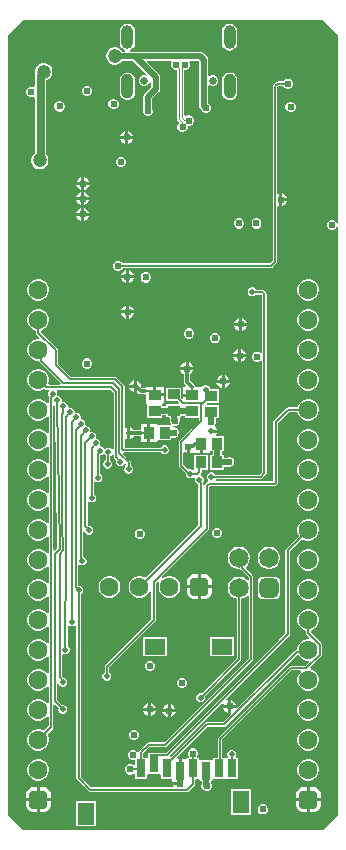
<source format=gbl>
G04*
G04 #@! TF.GenerationSoftware,Altium Limited,Altium Designer,21.8.1 (53)*
G04*
G04 Layer_Physical_Order=4*
G04 Layer_Color=16711680*
%FSLAX23Y23*%
%MOIN*%
G70*
G04*
G04 #@! TF.SameCoordinates,9A98099C-E915-48DC-B274-BBC1B63A1E23*
G04*
G04*
G04 #@! TF.FilePolarity,Positive*
G04*
G01*
G75*
%ADD11C,0.008*%
%ADD14C,0.005*%
%ADD28R,0.035X0.039*%
%ADD31R,0.039X0.035*%
%ADD72C,0.012*%
%ADD73C,0.028*%
%ADD75C,0.020*%
%ADD76C,0.004*%
%ADD78C,0.063*%
G04:AMPARAMS|DCode=79|XSize=63mil|YSize=63mil|CornerRadius=16mil|HoleSize=0mil|Usage=FLASHONLY|Rotation=90.000|XOffset=0mil|YOffset=0mil|HoleType=Round|Shape=RoundedRectangle|*
%AMROUNDEDRECTD79*
21,1,0.063,0.031,0,0,90.0*
21,1,0.031,0.063,0,0,90.0*
1,1,0.031,0.016,0.016*
1,1,0.031,0.016,-0.016*
1,1,0.031,-0.016,-0.016*
1,1,0.031,-0.016,0.016*
%
%ADD79ROUNDEDRECTD79*%
G04:AMPARAMS|DCode=80|XSize=63mil|YSize=63mil|CornerRadius=16mil|HoleSize=0mil|Usage=FLASHONLY|Rotation=180.000|XOffset=0mil|YOffset=0mil|HoleType=Round|Shape=RoundedRectangle|*
%AMROUNDEDRECTD80*
21,1,0.063,0.031,0,0,180.0*
21,1,0.031,0.063,0,0,180.0*
1,1,0.031,-0.016,0.016*
1,1,0.031,0.016,0.016*
1,1,0.031,0.016,-0.016*
1,1,0.031,-0.016,-0.016*
%
%ADD80ROUNDEDRECTD80*%
G04:AMPARAMS|DCode=81|XSize=65mil|YSize=65mil|CornerRadius=16mil|HoleSize=0mil|Usage=FLASHONLY|Rotation=90.000|XOffset=0mil|YOffset=0mil|HoleType=Round|Shape=RoundedRectangle|*
%AMROUNDEDRECTD81*
21,1,0.065,0.032,0,0,90.0*
21,1,0.032,0.065,0,0,90.0*
1,1,0.032,0.016,0.016*
1,1,0.032,0.016,-0.016*
1,1,0.032,-0.016,-0.016*
1,1,0.032,-0.016,0.016*
%
%ADD81ROUNDEDRECTD81*%
%ADD82C,0.065*%
%ADD83O,0.039X0.079*%
%ADD84O,0.041X0.083*%
%ADD85C,0.026*%
%ADD86C,0.024*%
%ADD87C,0.020*%
%ADD88C,0.047*%
%ADD89R,0.071X0.055*%
%ADD90R,0.055X0.075*%
%ADD91R,0.031X0.059*%
G36*
X1100Y-50D02*
Y-678D01*
X1095Y-679D01*
X1093Y-674D01*
X1089Y-670D01*
X1082Y-667D01*
X1076D01*
X1069Y-670D01*
X1065Y-674D01*
X1062Y-681D01*
Y-687D01*
X1065Y-694D01*
X1069Y-698D01*
X1076Y-701D01*
X1082D01*
X1089Y-698D01*
X1093Y-694D01*
X1095Y-689D01*
X1100Y-690D01*
Y-2650D01*
X1050Y-2700D01*
X50D01*
X0Y-2650D01*
Y-50D01*
X50Y0D01*
X1050D01*
X1100Y-50D01*
D02*
G37*
%LPC*%
G36*
X738Y-13D02*
X728Y-15D01*
X720Y-20D01*
X714Y-28D01*
X712Y-38D01*
Y-77D01*
X714Y-87D01*
X720Y-95D01*
X728Y-101D01*
X738Y-103D01*
X747Y-101D01*
X755Y-95D01*
X761Y-87D01*
X763Y-77D01*
Y-38D01*
X761Y-28D01*
X755Y-20D01*
X747Y-15D01*
X738Y-13D01*
D02*
G37*
G36*
X397D02*
X388Y-15D01*
X380Y-20D01*
X374Y-28D01*
X372Y-38D01*
Y-77D01*
X374Y-87D01*
X380Y-95D01*
X388Y-101D01*
X388Y-101D01*
X388Y-106D01*
X379D01*
X378Y-103D01*
X373Y-98D01*
X366Y-94D01*
X359Y-92D01*
X351D01*
X344Y-94D01*
X337Y-98D01*
X332Y-103D01*
X328Y-110D01*
X326Y-117D01*
Y-125D01*
X328Y-132D01*
X332Y-139D01*
X337Y-144D01*
X344Y-148D01*
X351Y-150D01*
X359D01*
X366Y-148D01*
X373Y-144D01*
X378Y-139D01*
X379Y-136D01*
X415D01*
X459Y-180D01*
X458Y-182D01*
X456Y-185D01*
X450D01*
X444Y-188D01*
X439Y-193D01*
X436Y-199D01*
Y-206D01*
X439Y-213D01*
X444Y-218D01*
X450Y-220D01*
X457D01*
X464Y-218D01*
X469Y-213D01*
X471Y-208D01*
X476Y-209D01*
Y-224D01*
X455Y-245D01*
X451Y-250D01*
X450Y-256D01*
X450Y-256D01*
Y-298D01*
X448Y-302D01*
Y-309D01*
X451Y-315D01*
X456Y-319D01*
X462Y-322D01*
X469D01*
X475Y-319D01*
X480Y-315D01*
X482Y-309D01*
Y-302D01*
X480Y-298D01*
Y-262D01*
X502Y-241D01*
X505Y-236D01*
X506Y-230D01*
X506Y-230D01*
Y-191D01*
X505Y-185D01*
X502Y-180D01*
X502Y-180D01*
X462Y-141D01*
X464Y-136D01*
X544D01*
X546Y-141D01*
X544Y-147D01*
Y-153D01*
X546Y-160D01*
X551Y-164D01*
X557Y-167D01*
X563D01*
Y-332D01*
X563Y-335D01*
X565Y-337D01*
X571Y-343D01*
X567Y-347D01*
X564Y-353D01*
Y-360D01*
X567Y-366D01*
X571Y-370D01*
X577Y-373D01*
X584D01*
X590Y-370D01*
X595Y-366D01*
X598Y-360D01*
Y-357D01*
X598Y-353D01*
X602Y-353D01*
X604D01*
X611Y-350D01*
X615Y-346D01*
X618Y-339D01*
Y-333D01*
X615Y-326D01*
X611Y-322D01*
X604Y-319D01*
X598D01*
X591Y-322D01*
X587Y-319D01*
Y-167D01*
X592D01*
X599Y-164D01*
X603Y-160D01*
X606Y-153D01*
Y-147D01*
X604Y-141D01*
X605Y-136D01*
X633D01*
X636Y-139D01*
Y-286D01*
X636Y-286D01*
X637Y-292D01*
X640Y-297D01*
X642Y-299D01*
X645Y-305D01*
X649Y-309D01*
X656Y-312D01*
X662D01*
X669Y-309D01*
X673Y-305D01*
X676Y-298D01*
Y-292D01*
X673Y-285D01*
X669Y-281D01*
X666Y-280D01*
X666Y-280D01*
Y-220D01*
X671Y-218D01*
X671Y-218D01*
X678Y-220D01*
X685D01*
X691Y-218D01*
X696Y-213D01*
X699Y-206D01*
Y-199D01*
X696Y-193D01*
X691Y-188D01*
X685Y-185D01*
X678D01*
X671Y-188D01*
X671Y-188D01*
X666Y-186D01*
Y-133D01*
X665Y-127D01*
X662Y-122D01*
X662Y-122D01*
X650Y-110D01*
X645Y-107D01*
X639Y-106D01*
X639Y-106D01*
X421D01*
X421Y-106D01*
X421Y-106D01*
X407D01*
X406Y-101D01*
X407Y-101D01*
X415Y-95D01*
X421Y-87D01*
X423Y-77D01*
Y-38D01*
X421Y-28D01*
X415Y-20D01*
X407Y-15D01*
X397Y-13D01*
D02*
G37*
G36*
X122Y-144D02*
X114D01*
X107Y-146D01*
X100Y-150D01*
X95Y-155D01*
X91Y-162D01*
X89Y-169D01*
Y-177D01*
X90Y-181D01*
X90Y-181D01*
X88Y-189D01*
X88Y-189D01*
Y-222D01*
X83Y-225D01*
X80Y-224D01*
X74D01*
X67Y-227D01*
X63Y-231D01*
X60Y-238D01*
Y-244D01*
X63Y-251D01*
X67Y-255D01*
X74Y-258D01*
X80D01*
X83Y-257D01*
X88Y-260D01*
Y-446D01*
X87Y-446D01*
X82Y-451D01*
X78Y-458D01*
X76Y-465D01*
Y-473D01*
X78Y-480D01*
X82Y-487D01*
X87Y-492D01*
X94Y-496D01*
X101Y-498D01*
X109D01*
X116Y-496D01*
X123Y-492D01*
X128Y-487D01*
X132Y-480D01*
X134Y-473D01*
Y-465D01*
X132Y-458D01*
X128Y-451D01*
X127Y-450D01*
Y-200D01*
X129Y-200D01*
X136Y-196D01*
X141Y-191D01*
X145Y-184D01*
X147Y-177D01*
Y-169D01*
X145Y-162D01*
X141Y-155D01*
X136Y-150D01*
X129Y-146D01*
X122Y-144D01*
D02*
G37*
G36*
X935Y-196D02*
X929D01*
X922Y-199D01*
X918Y-203D01*
X917Y-205D01*
X898D01*
X895Y-206D01*
X893Y-208D01*
X893Y-208D01*
X883Y-217D01*
X882Y-219D01*
X881Y-222D01*
Y-608D01*
X881Y-610D01*
Y-804D01*
X873Y-812D01*
X382D01*
X381Y-810D01*
X377Y-806D01*
X370Y-803D01*
X364D01*
X357Y-806D01*
X353Y-810D01*
X350Y-817D01*
Y-823D01*
X353Y-830D01*
X357Y-834D01*
X364Y-837D01*
X370D01*
X377Y-834D01*
X381Y-830D01*
X382Y-828D01*
X876D01*
X879Y-827D01*
X881Y-825D01*
X894Y-812D01*
X896Y-810D01*
X897Y-807D01*
X897Y-807D01*
Y-623D01*
X901Y-621D01*
X903Y-622D01*
Y-600D01*
Y-578D01*
X900Y-580D01*
X896Y-577D01*
Y-225D01*
X901Y-221D01*
X917D01*
X918Y-223D01*
X922Y-227D01*
X929Y-230D01*
X935D01*
X942Y-227D01*
X946Y-223D01*
X949Y-216D01*
Y-210D01*
X946Y-203D01*
X942Y-199D01*
X935Y-196D01*
D02*
G37*
G36*
X266Y-221D02*
X260D01*
X253Y-224D01*
X249Y-228D01*
X246Y-235D01*
Y-241D01*
X249Y-248D01*
X253Y-252D01*
X260Y-255D01*
X266D01*
X273Y-252D01*
X277Y-248D01*
X280Y-241D01*
Y-235D01*
X277Y-228D01*
X273Y-224D01*
X266Y-221D01*
D02*
G37*
G36*
X738Y-176D02*
X731Y-177D01*
X725Y-179D01*
X719Y-183D01*
X715Y-189D01*
X713Y-195D01*
X712Y-202D01*
Y-243D01*
X713Y-250D01*
X715Y-256D01*
X719Y-261D01*
X725Y-265D01*
X731Y-268D01*
X738Y-269D01*
X744Y-268D01*
X751Y-265D01*
X756Y-261D01*
X760Y-256D01*
X763Y-250D01*
X763Y-243D01*
Y-202D01*
X763Y-195D01*
X760Y-189D01*
X756Y-183D01*
X751Y-179D01*
X744Y-177D01*
X738Y-176D01*
D02*
G37*
G36*
X397D02*
X391Y-177D01*
X385Y-179D01*
X379Y-183D01*
X375Y-189D01*
X372Y-195D01*
X372Y-202D01*
Y-243D01*
X372Y-250D01*
X375Y-256D01*
X379Y-261D01*
X385Y-265D01*
X391Y-268D01*
X397Y-269D01*
X404Y-268D01*
X410Y-265D01*
X416Y-261D01*
X420Y-256D01*
X422Y-250D01*
X423Y-243D01*
Y-202D01*
X422Y-195D01*
X420Y-189D01*
X416Y-183D01*
X410Y-179D01*
X404Y-177D01*
X397Y-176D01*
D02*
G37*
G36*
X354Y-263D02*
X348D01*
X341Y-266D01*
X337Y-270D01*
X334Y-277D01*
Y-283D01*
X337Y-290D01*
X341Y-294D01*
X348Y-297D01*
X354D01*
X361Y-294D01*
X365Y-290D01*
X368Y-283D01*
Y-277D01*
X365Y-270D01*
X361Y-266D01*
X354Y-263D01*
D02*
G37*
G36*
X174Y-272D02*
X168D01*
X161Y-275D01*
X157Y-279D01*
X154Y-286D01*
Y-292D01*
X157Y-299D01*
X161Y-303D01*
X168Y-306D01*
X174D01*
X181Y-303D01*
X185Y-299D01*
X188Y-292D01*
Y-286D01*
X185Y-279D01*
X181Y-275D01*
X174Y-272D01*
D02*
G37*
G36*
X944Y-273D02*
X938D01*
X931Y-276D01*
X927Y-280D01*
X924Y-287D01*
Y-293D01*
X927Y-300D01*
X931Y-304D01*
X938Y-307D01*
X944D01*
X951Y-304D01*
X955Y-300D01*
X958Y-293D01*
Y-287D01*
X955Y-280D01*
X951Y-276D01*
X944Y-273D01*
D02*
G37*
G36*
X400Y-370D02*
Y-387D01*
X417D01*
X413Y-380D01*
X407Y-374D01*
X400Y-370D01*
D02*
G37*
G36*
X390D02*
X383Y-374D01*
X377Y-380D01*
X373Y-387D01*
X390D01*
Y-370D01*
D02*
G37*
G36*
X417Y-397D02*
X400D01*
Y-414D01*
X407Y-410D01*
X413Y-404D01*
X417Y-397D01*
D02*
G37*
G36*
X390D02*
X373D01*
X377Y-404D01*
X383Y-410D01*
X390Y-414D01*
Y-397D01*
D02*
G37*
G36*
X379Y-457D02*
X373D01*
X366Y-460D01*
X362Y-464D01*
X359Y-471D01*
Y-477D01*
X362Y-484D01*
X366Y-488D01*
X373Y-491D01*
X379D01*
X386Y-488D01*
X390Y-484D01*
X393Y-477D01*
Y-471D01*
X390Y-464D01*
X386Y-460D01*
X379Y-457D01*
D02*
G37*
G36*
X254Y-525D02*
Y-542D01*
X271D01*
X267Y-535D01*
X261Y-529D01*
X254Y-525D01*
D02*
G37*
G36*
X244D02*
X237Y-529D01*
X231Y-535D01*
X227Y-542D01*
X244D01*
Y-525D01*
D02*
G37*
G36*
X271Y-552D02*
X254D01*
Y-569D01*
X261Y-565D01*
X267Y-559D01*
X271Y-552D01*
D02*
G37*
G36*
X244D02*
X227D01*
X231Y-559D01*
X237Y-565D01*
X244Y-569D01*
Y-552D01*
D02*
G37*
G36*
X253Y-575D02*
Y-592D01*
X270D01*
X266Y-585D01*
X260Y-579D01*
X253Y-575D01*
D02*
G37*
G36*
X243D02*
X236Y-579D01*
X230Y-585D01*
X226Y-592D01*
X243D01*
Y-575D01*
D02*
G37*
G36*
X913Y-578D02*
Y-595D01*
X930D01*
X926Y-588D01*
X920Y-582D01*
X913Y-578D01*
D02*
G37*
G36*
X270Y-602D02*
X253D01*
Y-619D01*
X260Y-615D01*
X266Y-609D01*
X270Y-602D01*
D02*
G37*
G36*
X243D02*
X226D01*
X230Y-609D01*
X236Y-615D01*
X243Y-619D01*
Y-602D01*
D02*
G37*
G36*
X930Y-605D02*
X913D01*
Y-622D01*
X920Y-618D01*
X926Y-612D01*
X930Y-605D01*
D02*
G37*
G36*
X253Y-626D02*
Y-643D01*
X270D01*
X266Y-636D01*
X260Y-630D01*
X253Y-626D01*
D02*
G37*
G36*
X243D02*
X236Y-630D01*
X230Y-636D01*
X226Y-643D01*
X243D01*
Y-626D01*
D02*
G37*
G36*
X270Y-653D02*
X253D01*
Y-670D01*
X260Y-666D01*
X266Y-660D01*
X270Y-653D01*
D02*
G37*
G36*
X243D02*
X226D01*
X230Y-660D01*
X236Y-666D01*
X243Y-670D01*
Y-653D01*
D02*
G37*
G36*
X831Y-662D02*
X824D01*
X818Y-665D01*
X813Y-669D01*
X811Y-676D01*
Y-682D01*
X813Y-689D01*
X818Y-693D01*
X824Y-696D01*
X831D01*
X837Y-693D01*
X842Y-689D01*
X844Y-682D01*
Y-676D01*
X842Y-669D01*
X837Y-665D01*
X831Y-662D01*
D02*
G37*
G36*
X772D02*
X766D01*
X759Y-665D01*
X755Y-669D01*
X752Y-676D01*
Y-682D01*
X755Y-689D01*
X759Y-693D01*
X766Y-696D01*
X772D01*
X779Y-693D01*
X783Y-689D01*
X786Y-682D01*
Y-676D01*
X783Y-669D01*
X779Y-665D01*
X772Y-662D01*
D02*
G37*
G36*
X402Y-835D02*
Y-852D01*
X419D01*
X415Y-845D01*
X409Y-839D01*
X402Y-835D01*
D02*
G37*
G36*
X392D02*
X385Y-839D01*
X379Y-845D01*
X375Y-852D01*
X392D01*
Y-835D01*
D02*
G37*
G36*
X461Y-842D02*
X455D01*
X448Y-845D01*
X444Y-849D01*
X441Y-856D01*
Y-862D01*
X444Y-869D01*
X448Y-873D01*
X455Y-876D01*
X461D01*
X468Y-873D01*
X472Y-869D01*
X475Y-862D01*
Y-856D01*
X472Y-849D01*
X468Y-845D01*
X461Y-842D01*
D02*
G37*
G36*
X419Y-862D02*
X402D01*
Y-879D01*
X409Y-875D01*
X415Y-869D01*
X419Y-862D01*
D02*
G37*
G36*
X392D02*
X375D01*
X379Y-869D01*
X385Y-875D01*
X392Y-879D01*
Y-862D01*
D02*
G37*
G36*
X1005Y-864D02*
X995D01*
X986Y-866D01*
X978Y-871D01*
X971Y-878D01*
X966Y-886D01*
X964Y-895D01*
Y-905D01*
X966Y-914D01*
X971Y-922D01*
X978Y-929D01*
X986Y-934D01*
X995Y-936D01*
X1005D01*
X1014Y-934D01*
X1022Y-929D01*
X1029Y-922D01*
X1034Y-914D01*
X1036Y-905D01*
Y-895D01*
X1034Y-886D01*
X1029Y-878D01*
X1022Y-871D01*
X1014Y-866D01*
X1005Y-864D01*
D02*
G37*
G36*
X105D02*
X95D01*
X86Y-866D01*
X78Y-871D01*
X71Y-878D01*
X66Y-886D01*
X64Y-895D01*
Y-905D01*
X66Y-914D01*
X71Y-922D01*
X78Y-929D01*
X86Y-934D01*
X95Y-936D01*
X105D01*
X114Y-934D01*
X122Y-929D01*
X129Y-922D01*
X134Y-914D01*
X136Y-905D01*
Y-895D01*
X134Y-886D01*
X129Y-878D01*
X122Y-871D01*
X114Y-866D01*
X105Y-864D01*
D02*
G37*
G36*
X403Y-952D02*
Y-969D01*
X420D01*
X416Y-962D01*
X410Y-956D01*
X403Y-952D01*
D02*
G37*
G36*
X393D02*
X386Y-956D01*
X380Y-962D01*
X376Y-969D01*
X393D01*
Y-952D01*
D02*
G37*
G36*
X420Y-979D02*
X403D01*
Y-996D01*
X410Y-992D01*
X416Y-986D01*
X420Y-979D01*
D02*
G37*
G36*
X393D02*
X376D01*
X380Y-986D01*
X386Y-992D01*
X393Y-996D01*
Y-979D01*
D02*
G37*
G36*
X780Y-993D02*
Y-1010D01*
X797D01*
X793Y-1003D01*
X787Y-997D01*
X780Y-993D01*
D02*
G37*
G36*
X770D02*
X763Y-997D01*
X757Y-1003D01*
X753Y-1010D01*
X770D01*
Y-993D01*
D02*
G37*
G36*
X1005Y-964D02*
X995D01*
X986Y-966D01*
X978Y-971D01*
X971Y-978D01*
X966Y-986D01*
X964Y-995D01*
Y-1005D01*
X966Y-1014D01*
X971Y-1022D01*
X978Y-1029D01*
X986Y-1034D01*
X995Y-1036D01*
X1005D01*
X1014Y-1034D01*
X1022Y-1029D01*
X1029Y-1022D01*
X1034Y-1014D01*
X1036Y-1005D01*
Y-995D01*
X1034Y-986D01*
X1029Y-978D01*
X1022Y-971D01*
X1014Y-966D01*
X1005Y-964D01*
D02*
G37*
G36*
X797Y-1020D02*
X780D01*
Y-1037D01*
X787Y-1033D01*
X793Y-1027D01*
X797Y-1020D01*
D02*
G37*
G36*
X770D02*
X753D01*
X757Y-1027D01*
X763Y-1033D01*
X770Y-1037D01*
Y-1020D01*
D02*
G37*
G36*
X605Y-1029D02*
X599D01*
X592Y-1032D01*
X588Y-1036D01*
X585Y-1043D01*
Y-1049D01*
X588Y-1056D01*
X592Y-1060D01*
X599Y-1063D01*
X605D01*
X612Y-1060D01*
X616Y-1056D01*
X619Y-1049D01*
Y-1043D01*
X616Y-1036D01*
X612Y-1032D01*
X605Y-1029D01*
D02*
G37*
G36*
X692Y-1045D02*
X686D01*
X679Y-1048D01*
X675Y-1052D01*
X672Y-1059D01*
Y-1065D01*
X675Y-1072D01*
X679Y-1076D01*
X686Y-1079D01*
X692D01*
X699Y-1076D01*
X703Y-1072D01*
X706Y-1065D01*
Y-1059D01*
X703Y-1052D01*
X699Y-1048D01*
X692Y-1045D01*
D02*
G37*
G36*
X816Y-892D02*
X810D01*
X805Y-894D01*
X800Y-899D01*
X798Y-904D01*
Y-910D01*
X800Y-915D01*
X805Y-920D01*
X810Y-922D01*
X816D01*
X821Y-920D01*
X824Y-917D01*
X845D01*
X846Y-917D01*
Y-1109D01*
X841Y-1111D01*
X839Y-1109D01*
X832Y-1106D01*
X826D01*
X819Y-1109D01*
X815Y-1113D01*
X812Y-1120D01*
Y-1126D01*
X815Y-1133D01*
X819Y-1137D01*
X826Y-1140D01*
X832D01*
X839Y-1137D01*
X841Y-1135D01*
X846Y-1137D01*
Y-1509D01*
X838Y-1516D01*
X690D01*
X690Y-1515D01*
X686Y-1511D01*
X680Y-1509D01*
X674D01*
X669Y-1511D01*
X665Y-1515D01*
X662Y-1521D01*
Y-1527D01*
X665Y-1532D01*
X666Y-1534D01*
X665Y-1539D01*
X665Y-1539D01*
X663Y-1541D01*
X656Y-1548D01*
X654Y-1550D01*
X654Y-1552D01*
X649Y-1551D01*
Y-1543D01*
X649Y-1542D01*
X650Y-1541D01*
X652Y-1536D01*
Y-1530D01*
X650Y-1524D01*
X646Y-1520D01*
X643Y-1519D01*
X641Y-1513D01*
X642Y-1512D01*
X644Y-1510D01*
X645Y-1507D01*
Y-1500D01*
X666D01*
Y-1451D01*
X620D01*
Y-1495D01*
X620Y-1497D01*
X620Y-1500D01*
X619Y-1501D01*
X617Y-1501D01*
X616Y-1501D01*
X615Y-1501D01*
X614Y-1501D01*
X610Y-1499D01*
X604D01*
X601Y-1500D01*
X584Y-1483D01*
Y-1444D01*
X589Y-1442D01*
X595Y-1445D01*
Y-1423D01*
X605D01*
Y-1445D01*
X611Y-1442D01*
X616Y-1444D01*
Y-1444D01*
X638D01*
Y-1414D01*
X648D01*
Y-1444D01*
X671D01*
Y-1443D01*
X674Y-1439D01*
X681D01*
Y-1451D01*
X674D01*
Y-1500D01*
X719D01*
Y-1490D01*
X730D01*
X734Y-1492D01*
X740D01*
X747Y-1489D01*
X751Y-1485D01*
X754Y-1478D01*
Y-1472D01*
X751Y-1465D01*
X747Y-1461D01*
X740Y-1458D01*
X734D01*
X729Y-1460D01*
X719D01*
Y-1451D01*
X712D01*
Y-1439D01*
X719D01*
Y-1389D01*
X694D01*
X692Y-1384D01*
X694Y-1382D01*
X696Y-1376D01*
X677D01*
Y-1366D01*
X696D01*
X694Y-1360D01*
X688Y-1354D01*
X690Y-1349D01*
X692Y-1344D01*
Y-1338D01*
X691Y-1335D01*
Y-1329D01*
X701D01*
Y-1283D01*
X663D01*
X661Y-1279D01*
X663Y-1276D01*
X701D01*
Y-1230D01*
X674D01*
Y-1230D01*
X671Y-1224D01*
X667Y-1220D01*
X662Y-1218D01*
X656D01*
X650Y-1220D01*
X648Y-1222D01*
X644Y-1224D01*
X644Y-1224D01*
Y-1224D01*
X644Y-1224D01*
X625D01*
X624Y-1221D01*
X622Y-1217D01*
X607Y-1202D01*
Y-1182D01*
X608Y-1182D01*
X614Y-1175D01*
X617Y-1168D01*
X574D01*
X577Y-1175D01*
X584Y-1182D01*
X585Y-1182D01*
Y-1207D01*
X585Y-1207D01*
X586Y-1211D01*
X588Y-1215D01*
X592Y-1219D01*
X590Y-1224D01*
X584D01*
Y-1246D01*
X614D01*
Y-1256D01*
X584D01*
Y-1262D01*
X580Y-1264D01*
X576Y-1260D01*
Y-1227D01*
X526D01*
Y-1272D01*
X566D01*
X568Y-1275D01*
X566Y-1280D01*
X526D01*
Y-1289D01*
X516D01*
X513Y-1286D01*
X513Y-1281D01*
X517Y-1278D01*
X518D01*
Y-1255D01*
X488D01*
Y-1250D01*
X483D01*
Y-1223D01*
X458D01*
Y-1224D01*
X456Y-1226D01*
X446D01*
X443Y-1223D01*
Y-1217D01*
X440Y-1210D01*
X434Y-1204D01*
X428Y-1202D01*
Y-1221D01*
Y-1240D01*
X429Y-1240D01*
X433Y-1245D01*
X433Y-1245D01*
X437Y-1247D01*
X441Y-1248D01*
X456D01*
X458Y-1250D01*
Y-1278D01*
X459D01*
X463Y-1281D01*
X463Y-1283D01*
Y-1326D01*
X513D01*
Y-1319D01*
X526D01*
Y-1325D01*
X537D01*
X539Y-1330D01*
X538Y-1333D01*
Y-1339D01*
X541Y-1346D01*
X542Y-1346D01*
X539Y-1351D01*
X501D01*
X499Y-1351D01*
X496Y-1347D01*
Y-1346D01*
X473D01*
Y-1376D01*
Y-1406D01*
X496D01*
Y-1405D01*
X499Y-1401D01*
X501Y-1401D01*
X544D01*
Y-1395D01*
X548Y-1393D01*
X554D01*
X561Y-1390D01*
X565Y-1386D01*
X568Y-1379D01*
Y-1373D01*
X565Y-1366D01*
X561Y-1362D01*
X554Y-1359D01*
X548D01*
X547Y-1359D01*
Y-1356D01*
X551Y-1353D01*
X552Y-1353D01*
X558D01*
X565Y-1350D01*
X569Y-1346D01*
X572Y-1339D01*
Y-1333D01*
X571Y-1330D01*
X574Y-1325D01*
X576D01*
Y-1320D01*
X589D01*
Y-1327D01*
X635D01*
Y-1336D01*
X571Y-1401D01*
X569Y-1403D01*
X568Y-1406D01*
Y-1486D01*
X569Y-1489D01*
X571Y-1491D01*
X592Y-1513D01*
Y-1517D01*
X594Y-1522D01*
X599Y-1527D01*
X604Y-1529D01*
X610D01*
X615Y-1527D01*
X617Y-1525D01*
X619Y-1525D01*
X622Y-1530D01*
Y-1536D01*
X625Y-1541D01*
X629Y-1545D01*
X633Y-1547D01*
Y-1685D01*
X458Y-1860D01*
X451Y-1856D01*
X442Y-1854D01*
X432D01*
X423Y-1856D01*
X415Y-1861D01*
X408Y-1868D01*
X403Y-1876D01*
X401Y-1885D01*
Y-1895D01*
X403Y-1904D01*
X408Y-1912D01*
X415Y-1919D01*
X423Y-1924D01*
X432Y-1926D01*
X442D01*
X451Y-1924D01*
X459Y-1919D01*
X466Y-1912D01*
X471Y-1904D01*
X472Y-1899D01*
X477Y-1900D01*
Y-1997D01*
X324Y-2151D01*
X322Y-2153D01*
X321Y-2156D01*
Y-2175D01*
X321Y-2175D01*
X316Y-2180D01*
X314Y-2185D01*
Y-2191D01*
X316Y-2196D01*
X321Y-2201D01*
X326Y-2203D01*
X332D01*
X337Y-2201D01*
X342Y-2196D01*
X344Y-2191D01*
Y-2185D01*
X342Y-2180D01*
X337Y-2175D01*
X337Y-2175D01*
Y-2159D01*
X490Y-2005D01*
X492Y-2003D01*
X493Y-2000D01*
Y-1876D01*
X503Y-1866D01*
X507Y-1869D01*
X503Y-1876D01*
X501Y-1885D01*
Y-1895D01*
X503Y-1904D01*
X508Y-1912D01*
X515Y-1919D01*
X523Y-1924D01*
X532Y-1926D01*
X542D01*
X551Y-1924D01*
X559Y-1919D01*
X566Y-1912D01*
X571Y-1904D01*
X573Y-1895D01*
Y-1885D01*
X571Y-1876D01*
X566Y-1868D01*
X559Y-1861D01*
X551Y-1856D01*
X542Y-1854D01*
X532D01*
X523Y-1856D01*
X516Y-1860D01*
X513Y-1856D01*
X666Y-1702D01*
X668Y-1700D01*
X669Y-1697D01*
Y-1556D01*
X671Y-1554D01*
X888D01*
X891Y-1553D01*
X893Y-1551D01*
X896Y-1548D01*
X898Y-1546D01*
X899Y-1543D01*
Y-1344D01*
X935Y-1308D01*
X964D01*
X966Y-1314D01*
X971Y-1322D01*
X978Y-1329D01*
X986Y-1334D01*
X995Y-1336D01*
X1005D01*
X1014Y-1334D01*
X1022Y-1329D01*
X1029Y-1322D01*
X1034Y-1314D01*
X1036Y-1305D01*
Y-1295D01*
X1034Y-1286D01*
X1029Y-1278D01*
X1022Y-1271D01*
X1014Y-1266D01*
X1005Y-1264D01*
X995D01*
X986Y-1266D01*
X978Y-1271D01*
X971Y-1278D01*
X966Y-1286D01*
X964Y-1292D01*
X932D01*
X932Y-1292D01*
X929Y-1293D01*
X927Y-1295D01*
X927Y-1295D01*
X886Y-1336D01*
X884Y-1338D01*
X883Y-1341D01*
Y-1538D01*
X694D01*
X692Y-1533D01*
X693Y-1531D01*
X841D01*
X844Y-1531D01*
X847Y-1529D01*
X859Y-1517D01*
X860Y-1515D01*
X861Y-1512D01*
Y-914D01*
X860Y-911D01*
X859Y-909D01*
X854Y-904D01*
X851Y-902D01*
X848Y-902D01*
X827D01*
X826Y-899D01*
X821Y-894D01*
X816Y-892D01*
D02*
G37*
G36*
X777Y-1098D02*
Y-1115D01*
X794D01*
X790Y-1108D01*
X784Y-1102D01*
X777Y-1098D01*
D02*
G37*
G36*
X767D02*
X760Y-1102D01*
X754Y-1108D01*
X750Y-1115D01*
X767D01*
Y-1098D01*
D02*
G37*
G36*
X1005Y-1064D02*
X995D01*
X986Y-1066D01*
X978Y-1071D01*
X971Y-1078D01*
X966Y-1086D01*
X964Y-1095D01*
Y-1105D01*
X966Y-1114D01*
X971Y-1122D01*
X978Y-1129D01*
X986Y-1134D01*
X995Y-1136D01*
X1005D01*
X1014Y-1134D01*
X1022Y-1129D01*
X1029Y-1122D01*
X1034Y-1114D01*
X1036Y-1105D01*
Y-1095D01*
X1034Y-1086D01*
X1029Y-1078D01*
X1022Y-1071D01*
X1014Y-1066D01*
X1005Y-1064D01*
D02*
G37*
G36*
X794Y-1125D02*
X777D01*
Y-1142D01*
X784Y-1138D01*
X790Y-1132D01*
X794Y-1125D01*
D02*
G37*
G36*
X767D02*
X750D01*
X754Y-1132D01*
X760Y-1138D01*
X767Y-1142D01*
Y-1125D01*
D02*
G37*
G36*
X601Y-1142D02*
Y-1158D01*
X617D01*
X614Y-1151D01*
X608Y-1145D01*
X601Y-1142D01*
D02*
G37*
G36*
X591D02*
X584Y-1145D01*
X577Y-1151D01*
X574Y-1158D01*
X591D01*
Y-1142D01*
D02*
G37*
G36*
X265Y-1129D02*
X259D01*
X252Y-1132D01*
X248Y-1136D01*
X245Y-1143D01*
Y-1149D01*
X248Y-1156D01*
X252Y-1160D01*
X259Y-1163D01*
X265D01*
X272Y-1160D01*
X276Y-1156D01*
X279Y-1149D01*
Y-1143D01*
X276Y-1136D01*
X272Y-1132D01*
X265Y-1129D01*
D02*
G37*
G36*
X721Y-1183D02*
Y-1200D01*
X738D01*
X734Y-1193D01*
X728Y-1187D01*
X721Y-1183D01*
D02*
G37*
G36*
X711D02*
X704Y-1187D01*
X698Y-1193D01*
X694Y-1200D01*
X711D01*
Y-1183D01*
D02*
G37*
G36*
X418Y-1202D02*
X412Y-1204D01*
X406Y-1210D01*
X404Y-1216D01*
X418D01*
Y-1202D01*
D02*
G37*
G36*
X105Y-964D02*
X95D01*
X86Y-966D01*
X78Y-971D01*
X71Y-978D01*
X66Y-986D01*
X64Y-995D01*
Y-1005D01*
X66Y-1014D01*
X71Y-1022D01*
X78Y-1029D01*
X86Y-1034D01*
X92Y-1036D01*
Y-1045D01*
X93Y-1048D01*
X95Y-1050D01*
X103Y-1059D01*
X101Y-1064D01*
X95D01*
X86Y-1066D01*
X78Y-1071D01*
X71Y-1078D01*
X66Y-1086D01*
X64Y-1095D01*
Y-1105D01*
X66Y-1114D01*
X71Y-1122D01*
X78Y-1129D01*
X86Y-1134D01*
X95Y-1136D01*
X102D01*
X103Y-1139D01*
X104Y-1141D01*
X176Y-1212D01*
X173Y-1217D01*
X137D01*
X134Y-1212D01*
X136Y-1205D01*
Y-1195D01*
X134Y-1186D01*
X129Y-1178D01*
X122Y-1171D01*
X114Y-1166D01*
X105Y-1164D01*
X95D01*
X86Y-1166D01*
X78Y-1171D01*
X71Y-1178D01*
X66Y-1186D01*
X64Y-1195D01*
Y-1205D01*
X66Y-1214D01*
X71Y-1222D01*
X78Y-1229D01*
X86Y-1234D01*
X95Y-1236D01*
X105D01*
X114Y-1234D01*
X120Y-1230D01*
X121Y-1230D01*
X121Y-1230D01*
X123Y-1232D01*
X126Y-1233D01*
X135D01*
X137Y-1238D01*
X136Y-1239D01*
X134Y-1244D01*
Y-1250D01*
X136Y-1254D01*
X135Y-1254D01*
X135Y-1257D01*
Y-1277D01*
X130Y-1279D01*
X129Y-1278D01*
X122Y-1271D01*
X114Y-1266D01*
X105Y-1264D01*
X95D01*
X86Y-1266D01*
X78Y-1271D01*
X71Y-1278D01*
X66Y-1286D01*
X64Y-1295D01*
Y-1305D01*
X66Y-1314D01*
X71Y-1322D01*
X78Y-1329D01*
X86Y-1334D01*
X95Y-1336D01*
X105D01*
X114Y-1334D01*
X122Y-1329D01*
X129Y-1322D01*
X130Y-1321D01*
X135Y-1323D01*
Y-1377D01*
X130Y-1379D01*
X129Y-1378D01*
X122Y-1371D01*
X114Y-1366D01*
X105Y-1364D01*
X95D01*
X86Y-1366D01*
X78Y-1371D01*
X71Y-1378D01*
X66Y-1386D01*
X64Y-1395D01*
Y-1405D01*
X66Y-1414D01*
X71Y-1422D01*
X78Y-1429D01*
X86Y-1434D01*
X95Y-1436D01*
X105D01*
X114Y-1434D01*
X122Y-1429D01*
X129Y-1422D01*
X130Y-1421D01*
X135Y-1423D01*
Y-1477D01*
X130Y-1479D01*
X129Y-1478D01*
X122Y-1471D01*
X114Y-1466D01*
X105Y-1464D01*
X95D01*
X86Y-1466D01*
X78Y-1471D01*
X71Y-1478D01*
X66Y-1486D01*
X64Y-1495D01*
Y-1505D01*
X66Y-1514D01*
X71Y-1522D01*
X78Y-1529D01*
X86Y-1534D01*
X95Y-1536D01*
X105D01*
X114Y-1534D01*
X122Y-1529D01*
X129Y-1522D01*
X130Y-1521D01*
X135Y-1523D01*
Y-1577D01*
X130Y-1579D01*
X129Y-1578D01*
X122Y-1571D01*
X114Y-1566D01*
X105Y-1564D01*
X95D01*
X86Y-1566D01*
X78Y-1571D01*
X71Y-1578D01*
X66Y-1586D01*
X64Y-1595D01*
Y-1605D01*
X66Y-1614D01*
X71Y-1622D01*
X78Y-1629D01*
X86Y-1634D01*
X95Y-1636D01*
X105D01*
X114Y-1634D01*
X122Y-1629D01*
X129Y-1622D01*
X130Y-1621D01*
X135Y-1623D01*
Y-1677D01*
X130Y-1679D01*
X129Y-1678D01*
X122Y-1671D01*
X114Y-1666D01*
X105Y-1664D01*
X95D01*
X86Y-1666D01*
X78Y-1671D01*
X71Y-1678D01*
X66Y-1686D01*
X64Y-1695D01*
Y-1705D01*
X66Y-1714D01*
X71Y-1722D01*
X78Y-1729D01*
X86Y-1734D01*
X95Y-1736D01*
X105D01*
X114Y-1734D01*
X122Y-1729D01*
X129Y-1722D01*
X130Y-1721D01*
X135Y-1723D01*
Y-1777D01*
X130Y-1779D01*
X129Y-1778D01*
X122Y-1771D01*
X114Y-1766D01*
X105Y-1764D01*
X95D01*
X86Y-1766D01*
X78Y-1771D01*
X71Y-1778D01*
X66Y-1786D01*
X64Y-1795D01*
Y-1805D01*
X66Y-1814D01*
X71Y-1822D01*
X78Y-1829D01*
X86Y-1834D01*
X95Y-1836D01*
X105D01*
X114Y-1834D01*
X122Y-1829D01*
X129Y-1822D01*
X130Y-1821D01*
X135Y-1823D01*
Y-1877D01*
X130Y-1879D01*
X129Y-1878D01*
X122Y-1871D01*
X114Y-1866D01*
X105Y-1864D01*
X95D01*
X86Y-1866D01*
X78Y-1871D01*
X71Y-1878D01*
X66Y-1886D01*
X64Y-1895D01*
Y-1905D01*
X66Y-1914D01*
X71Y-1922D01*
X78Y-1929D01*
X86Y-1934D01*
X95Y-1936D01*
X105D01*
X114Y-1934D01*
X122Y-1929D01*
X129Y-1922D01*
X130Y-1921D01*
X135Y-1923D01*
Y-1977D01*
X130Y-1979D01*
X129Y-1978D01*
X122Y-1971D01*
X114Y-1966D01*
X105Y-1964D01*
X95D01*
X86Y-1966D01*
X78Y-1971D01*
X71Y-1978D01*
X66Y-1986D01*
X64Y-1995D01*
Y-2005D01*
X66Y-2014D01*
X71Y-2022D01*
X78Y-2029D01*
X86Y-2034D01*
X95Y-2036D01*
X105D01*
X114Y-2034D01*
X122Y-2029D01*
X129Y-2022D01*
X130Y-2021D01*
X135Y-2023D01*
Y-2077D01*
X130Y-2079D01*
X129Y-2078D01*
X122Y-2071D01*
X114Y-2066D01*
X105Y-2064D01*
X95D01*
X86Y-2066D01*
X78Y-2071D01*
X71Y-2078D01*
X66Y-2086D01*
X64Y-2095D01*
Y-2105D01*
X66Y-2114D01*
X71Y-2122D01*
X78Y-2129D01*
X86Y-2134D01*
X95Y-2136D01*
X105D01*
X114Y-2134D01*
X122Y-2129D01*
X129Y-2122D01*
X130Y-2121D01*
X135Y-2123D01*
Y-2177D01*
X130Y-2179D01*
X129Y-2178D01*
X122Y-2171D01*
X114Y-2166D01*
X105Y-2164D01*
X95D01*
X86Y-2166D01*
X78Y-2171D01*
X71Y-2178D01*
X66Y-2186D01*
X64Y-2195D01*
Y-2205D01*
X66Y-2214D01*
X71Y-2222D01*
X78Y-2229D01*
X86Y-2234D01*
X95Y-2236D01*
X105D01*
X114Y-2234D01*
X122Y-2229D01*
X129Y-2222D01*
X130Y-2221D01*
X135Y-2223D01*
Y-2277D01*
X130Y-2279D01*
X129Y-2278D01*
X122Y-2271D01*
X114Y-2266D01*
X105Y-2264D01*
X95D01*
X86Y-2266D01*
X78Y-2271D01*
X71Y-2278D01*
X66Y-2286D01*
X64Y-2295D01*
Y-2305D01*
X66Y-2314D01*
X71Y-2322D01*
X78Y-2329D01*
X86Y-2334D01*
X95Y-2336D01*
X105D01*
X114Y-2334D01*
X122Y-2329D01*
X129Y-2322D01*
X130Y-2321D01*
X135Y-2323D01*
Y-2354D01*
X120Y-2369D01*
X114Y-2366D01*
X105Y-2364D01*
X95D01*
X86Y-2366D01*
X78Y-2371D01*
X71Y-2378D01*
X66Y-2386D01*
X64Y-2395D01*
Y-2405D01*
X66Y-2414D01*
X71Y-2422D01*
X78Y-2429D01*
X86Y-2434D01*
X95Y-2436D01*
X105D01*
X114Y-2434D01*
X122Y-2429D01*
X129Y-2422D01*
X134Y-2414D01*
X136Y-2405D01*
Y-2395D01*
X134Y-2386D01*
X131Y-2380D01*
X148Y-2363D01*
X150Y-2360D01*
X150Y-2357D01*
Y-2283D01*
X155Y-2281D01*
X168Y-2294D01*
X167Y-2296D01*
Y-2302D01*
X169Y-2307D01*
X174Y-2312D01*
X179Y-2314D01*
X185D01*
X190Y-2312D01*
X195Y-2307D01*
X197Y-2302D01*
Y-2296D01*
X195Y-2291D01*
X190Y-2286D01*
X185Y-2284D01*
X179D01*
X163Y-2268D01*
Y-2213D01*
X168Y-2212D01*
X169Y-2216D01*
X174Y-2221D01*
X179Y-2223D01*
X185D01*
X190Y-2221D01*
X195Y-2216D01*
X197Y-2211D01*
Y-2205D01*
X195Y-2200D01*
X190Y-2195D01*
X185Y-2193D01*
X183D01*
X178Y-2189D01*
Y-2116D01*
X183Y-2113D01*
X187Y-2115D01*
X193D01*
X198Y-2113D01*
X203Y-2108D01*
X205Y-2103D01*
Y-2097D01*
X203Y-2092D01*
X198Y-2087D01*
X198Y-2087D01*
X198Y-2022D01*
X202Y-2020D01*
X203Y-2020D01*
X208Y-2022D01*
X214D01*
X219Y-2020D01*
X222Y-2017D01*
X227Y-2018D01*
Y-2528D01*
X228Y-2531D01*
X230Y-2533D01*
X268Y-2572D01*
X268Y-2572D01*
X270Y-2573D01*
X273Y-2574D01*
X597D01*
X600Y-2573D01*
X602Y-2572D01*
X621Y-2552D01*
X623Y-2550D01*
X624Y-2547D01*
Y-2533D01*
X627Y-2530D01*
X637Y-2530D01*
X638Y-2534D01*
Y-2537D01*
X645D01*
Y-2548D01*
X644Y-2551D01*
Y-2557D01*
X647Y-2564D01*
X651Y-2568D01*
X658Y-2571D01*
X664D01*
X671Y-2568D01*
X675Y-2564D01*
X678Y-2557D01*
Y-2551D01*
X675Y-2545D01*
Y-2537D01*
X680D01*
Y-2534D01*
X682Y-2530D01*
X685Y-2530D01*
X720D01*
X723Y-2530D01*
X728Y-2530D01*
X767D01*
Y-2461D01*
X761D01*
X758Y-2456D01*
X760Y-2452D01*
Y-2446D01*
X758Y-2441D01*
X753Y-2436D01*
X748Y-2434D01*
X742D01*
X737Y-2436D01*
X732Y-2441D01*
X730Y-2446D01*
Y-2452D01*
X732Y-2456D01*
X729Y-2461D01*
X725Y-2461D01*
X720Y-2461D01*
X714D01*
Y-2399D01*
X944Y-2169D01*
X973D01*
X975Y-2174D01*
X971Y-2178D01*
X966Y-2186D01*
X964Y-2195D01*
Y-2205D01*
X966Y-2214D01*
X971Y-2222D01*
X978Y-2229D01*
X986Y-2234D01*
X995Y-2236D01*
X1005D01*
X1014Y-2234D01*
X1022Y-2229D01*
X1029Y-2222D01*
X1034Y-2214D01*
X1036Y-2205D01*
Y-2195D01*
X1034Y-2186D01*
X1029Y-2178D01*
X1022Y-2171D01*
X1014Y-2166D01*
X1009Y-2165D01*
X1007Y-2159D01*
X1044Y-2122D01*
X1046Y-2119D01*
X1047Y-2116D01*
X1047Y-2116D01*
Y-2084D01*
X1046Y-2081D01*
X1044Y-2078D01*
X1008Y-2042D01*
Y-2036D01*
X1014Y-2034D01*
X1022Y-2029D01*
X1029Y-2022D01*
X1034Y-2014D01*
X1036Y-2005D01*
Y-1995D01*
X1034Y-1986D01*
X1029Y-1978D01*
X1022Y-1971D01*
X1014Y-1966D01*
X1005Y-1964D01*
X995D01*
X986Y-1966D01*
X978Y-1971D01*
X971Y-1978D01*
X966Y-1986D01*
X964Y-1995D01*
Y-2005D01*
X966Y-2014D01*
X971Y-2022D01*
X978Y-2029D01*
X986Y-2034D01*
X992Y-2036D01*
Y-2045D01*
X993Y-2048D01*
X995Y-2050D01*
X1003Y-2059D01*
X1001Y-2064D01*
X995D01*
X986Y-2066D01*
X978Y-2071D01*
X971Y-2078D01*
X966Y-2086D01*
X964Y-2095D01*
Y-2100D01*
X961D01*
X958Y-2101D01*
X956Y-2103D01*
X764Y-2294D01*
X763Y-2293D01*
X762Y-2293D01*
X743D01*
Y-2312D01*
X743Y-2313D01*
X744Y-2314D01*
X717Y-2341D01*
X662D01*
X659Y-2342D01*
X656Y-2344D01*
X542Y-2458D01*
X540Y-2458D01*
X538Y-2452D01*
X713Y-2277D01*
X718Y-2280D01*
X716Y-2283D01*
X733D01*
Y-2266D01*
X730Y-2268D01*
X727Y-2263D01*
X914Y-2077D01*
X914Y-2077D01*
X914Y-2077D01*
X937Y-2053D01*
X937Y-2053D01*
X939Y-2051D01*
X940Y-2048D01*
Y-1771D01*
X980Y-1731D01*
X986Y-1734D01*
X995Y-1736D01*
X1005D01*
X1014Y-1734D01*
X1022Y-1729D01*
X1029Y-1722D01*
X1034Y-1714D01*
X1036Y-1705D01*
Y-1695D01*
X1034Y-1686D01*
X1029Y-1678D01*
X1022Y-1671D01*
X1014Y-1666D01*
X1005Y-1664D01*
X995D01*
X986Y-1666D01*
X978Y-1671D01*
X971Y-1678D01*
X966Y-1686D01*
X964Y-1695D01*
Y-1705D01*
X966Y-1714D01*
X969Y-1720D01*
X927Y-1763D01*
X925Y-1765D01*
X924Y-1768D01*
Y-2045D01*
X903Y-2066D01*
X903Y-2066D01*
X525Y-2445D01*
X499D01*
X499Y-2445D01*
X465D01*
Y-2456D01*
X463Y-2461D01*
X460Y-2461D01*
X450D01*
Y-2445D01*
X471Y-2425D01*
X524D01*
X527Y-2424D01*
X529Y-2422D01*
X592Y-2359D01*
X592Y-2359D01*
X592Y-2359D01*
X814Y-2137D01*
X814Y-2137D01*
X816Y-2135D01*
X817Y-2132D01*
X817Y-2132D01*
Y-1856D01*
X817Y-1856D01*
X816Y-1853D01*
X814Y-1851D01*
X814Y-1851D01*
X792Y-1828D01*
X792Y-1824D01*
X799Y-1817D01*
X804Y-1808D01*
X806Y-1799D01*
Y-1789D01*
X804Y-1780D01*
X799Y-1771D01*
X792Y-1764D01*
X783Y-1759D01*
X774Y-1757D01*
X764D01*
X755Y-1759D01*
X746Y-1764D01*
X739Y-1771D01*
X734Y-1780D01*
X732Y-1789D01*
Y-1799D01*
X734Y-1808D01*
X739Y-1817D01*
X746Y-1824D01*
X755Y-1829D01*
X764Y-1831D01*
X774D01*
X774Y-1831D01*
X775Y-1833D01*
X801Y-1859D01*
Y-1866D01*
X796Y-1868D01*
X792Y-1864D01*
X783Y-1859D01*
X774Y-1857D01*
X764D01*
X755Y-1859D01*
X746Y-1864D01*
X739Y-1871D01*
X734Y-1880D01*
X732Y-1889D01*
Y-1899D01*
X734Y-1908D01*
X739Y-1917D01*
X746Y-1924D01*
X755Y-1929D01*
X761Y-1931D01*
Y-2129D01*
X645Y-2245D01*
X644Y-2245D01*
X638D01*
X633Y-2247D01*
X628Y-2252D01*
X626Y-2257D01*
Y-2263D01*
X628Y-2268D01*
X633Y-2273D01*
X638Y-2275D01*
X644D01*
X649Y-2273D01*
X654Y-2268D01*
X656Y-2263D01*
Y-2257D01*
X656Y-2256D01*
X774Y-2137D01*
X774Y-2137D01*
X776Y-2135D01*
X777Y-2132D01*
Y-1931D01*
X783Y-1929D01*
X792Y-1924D01*
X796Y-1920D01*
X801Y-1922D01*
Y-2129D01*
X582Y-2349D01*
X582Y-2349D01*
X521Y-2409D01*
X468D01*
X468Y-2409D01*
X465Y-2410D01*
X463Y-2412D01*
X463Y-2412D01*
X437Y-2437D01*
X436Y-2439D01*
X436Y-2440D01*
X430Y-2441D01*
X430Y-2440D01*
X426Y-2436D01*
X419Y-2433D01*
X413D01*
X406Y-2436D01*
X402Y-2440D01*
X399Y-2447D01*
Y-2453D01*
X402Y-2460D01*
X406Y-2464D01*
X413Y-2467D01*
X419D01*
X422Y-2469D01*
Y-2483D01*
X417Y-2485D01*
X417Y-2485D01*
X410Y-2482D01*
X404D01*
X397Y-2485D01*
X393Y-2489D01*
X390Y-2496D01*
Y-2502D01*
X393Y-2509D01*
X397Y-2513D01*
X404Y-2516D01*
X410D01*
X417Y-2513D01*
X417Y-2513D01*
X422Y-2515D01*
Y-2530D01*
X463D01*
Y-2518D01*
X465Y-2514D01*
X468Y-2514D01*
X507Y-2514D01*
X508Y-2518D01*
Y-2530D01*
X547D01*
Y-2542D01*
X572D01*
Y-2552D01*
X550D01*
X552Y-2555D01*
X549Y-2559D01*
X276D01*
X243Y-2525D01*
Y-1914D01*
X243Y-1914D01*
X248Y-1909D01*
X250Y-1904D01*
Y-1898D01*
X248Y-1893D01*
X243Y-1888D01*
X238Y-1886D01*
X233D01*
Y-1819D01*
X238Y-1817D01*
X243Y-1819D01*
X249D01*
X254Y-1817D01*
X259Y-1812D01*
X261Y-1807D01*
Y-1801D01*
X259Y-1796D01*
X254Y-1791D01*
X250Y-1789D01*
Y-1709D01*
X255Y-1708D01*
X255Y-1709D01*
X260Y-1714D01*
X265Y-1716D01*
X271D01*
X276Y-1714D01*
X281Y-1709D01*
X283Y-1704D01*
Y-1698D01*
X281Y-1693D01*
X276Y-1688D01*
X271Y-1686D01*
X266D01*
X265Y-1684D01*
Y-1609D01*
X270Y-1607D01*
X275Y-1609D01*
X281D01*
X286Y-1607D01*
X291Y-1602D01*
X293Y-1597D01*
Y-1591D01*
X291Y-1586D01*
X286Y-1581D01*
X286Y-1581D01*
Y-1542D01*
X291Y-1540D01*
X295Y-1542D01*
X301D01*
X306Y-1540D01*
X311Y-1535D01*
X313Y-1530D01*
Y-1524D01*
X311Y-1519D01*
X306Y-1514D01*
X306Y-1514D01*
Y-1452D01*
X308D01*
X313Y-1450D01*
X315Y-1448D01*
X321Y-1449D01*
X321Y-1449D01*
X325Y-1453D01*
Y-1467D01*
X323Y-1468D01*
X318Y-1473D01*
X316Y-1478D01*
Y-1484D01*
X318Y-1489D01*
X323Y-1494D01*
X328Y-1496D01*
X334D01*
X339Y-1494D01*
X344Y-1489D01*
X346Y-1484D01*
Y-1478D01*
X344Y-1473D01*
X340Y-1469D01*
Y-1455D01*
X342Y-1454D01*
X346Y-1450D01*
X348Y-1450D01*
X351Y-1451D01*
Y-1458D01*
X352Y-1461D01*
X354Y-1463D01*
X359Y-1469D01*
X359Y-1470D01*
Y-1476D01*
X361Y-1481D01*
X366Y-1486D01*
X371Y-1488D01*
X377D01*
X382Y-1486D01*
X387Y-1481D01*
X391Y-1482D01*
X390Y-1488D01*
X388Y-1490D01*
X386Y-1495D01*
Y-1501D01*
X388Y-1506D01*
X393Y-1511D01*
X398Y-1513D01*
X404D01*
X409Y-1511D01*
X414Y-1506D01*
X416Y-1501D01*
Y-1495D01*
X414Y-1490D01*
X409Y-1485D01*
X409Y-1485D01*
Y-1475D01*
X408Y-1473D01*
X406Y-1470D01*
X383Y-1447D01*
X385Y-1442D01*
X508D01*
X508Y-1442D01*
X513Y-1447D01*
X518Y-1449D01*
X524D01*
X529Y-1447D01*
X534Y-1442D01*
X536Y-1437D01*
Y-1431D01*
X534Y-1426D01*
X529Y-1421D01*
X524Y-1419D01*
X518D01*
X513Y-1421D01*
X508Y-1426D01*
X508Y-1426D01*
X388D01*
Y-1398D01*
X393Y-1395D01*
X397Y-1397D01*
Y-1378D01*
Y-1358D01*
X393Y-1360D01*
X388Y-1358D01*
Y-1221D01*
X387Y-1218D01*
X385Y-1216D01*
X362Y-1193D01*
X360Y-1191D01*
X357Y-1190D01*
X208D01*
X165Y-1147D01*
Y-1102D01*
X165Y-1099D01*
X163Y-1097D01*
X163Y-1097D01*
X108Y-1042D01*
Y-1036D01*
X114Y-1034D01*
X122Y-1029D01*
X129Y-1022D01*
X134Y-1014D01*
X136Y-1005D01*
Y-995D01*
X134Y-986D01*
X129Y-978D01*
X122Y-971D01*
X114Y-966D01*
X105Y-964D01*
D02*
G37*
G36*
X738Y-1210D02*
X721D01*
Y-1227D01*
X728Y-1223D01*
X734Y-1217D01*
X738Y-1210D01*
D02*
G37*
G36*
X711D02*
X694D01*
X698Y-1217D01*
X704Y-1223D01*
X711Y-1227D01*
Y-1210D01*
D02*
G37*
G36*
X1005Y-1164D02*
X995D01*
X986Y-1166D01*
X978Y-1171D01*
X971Y-1178D01*
X966Y-1186D01*
X964Y-1195D01*
Y-1205D01*
X966Y-1214D01*
X971Y-1222D01*
X978Y-1229D01*
X986Y-1234D01*
X995Y-1236D01*
X1005D01*
X1014Y-1234D01*
X1022Y-1229D01*
X1029Y-1222D01*
X1034Y-1214D01*
X1036Y-1205D01*
Y-1195D01*
X1034Y-1186D01*
X1029Y-1178D01*
X1022Y-1171D01*
X1014Y-1166D01*
X1005Y-1164D01*
D02*
G37*
G36*
X418Y-1226D02*
X404D01*
X406Y-1232D01*
X412Y-1238D01*
X418Y-1240D01*
Y-1226D01*
D02*
G37*
G36*
X518Y-1223D02*
X493D01*
Y-1245D01*
X518D01*
Y-1223D01*
D02*
G37*
G36*
X463Y-1346D02*
X441D01*
Y-1367D01*
X419D01*
X419Y-1367D01*
X413Y-1361D01*
X407Y-1358D01*
Y-1378D01*
Y-1397D01*
X413Y-1395D01*
X419Y-1389D01*
X441D01*
Y-1406D01*
X463D01*
Y-1376D01*
Y-1346D01*
D02*
G37*
G36*
X1005Y-1364D02*
X995D01*
X986Y-1366D01*
X978Y-1371D01*
X971Y-1378D01*
X966Y-1386D01*
X964Y-1395D01*
Y-1405D01*
X966Y-1414D01*
X971Y-1422D01*
X978Y-1429D01*
X986Y-1434D01*
X995Y-1436D01*
X1005D01*
X1014Y-1434D01*
X1022Y-1429D01*
X1029Y-1422D01*
X1034Y-1414D01*
X1036Y-1405D01*
Y-1395D01*
X1034Y-1386D01*
X1029Y-1378D01*
X1022Y-1371D01*
X1014Y-1366D01*
X1005Y-1364D01*
D02*
G37*
G36*
Y-1464D02*
X995D01*
X986Y-1466D01*
X978Y-1471D01*
X971Y-1478D01*
X966Y-1486D01*
X964Y-1495D01*
Y-1505D01*
X966Y-1514D01*
X971Y-1522D01*
X978Y-1529D01*
X986Y-1534D01*
X995Y-1536D01*
X1005D01*
X1014Y-1534D01*
X1022Y-1529D01*
X1029Y-1522D01*
X1034Y-1514D01*
X1036Y-1505D01*
Y-1495D01*
X1034Y-1486D01*
X1029Y-1478D01*
X1022Y-1471D01*
X1014Y-1466D01*
X1005Y-1464D01*
D02*
G37*
G36*
Y-1564D02*
X995D01*
X986Y-1566D01*
X978Y-1571D01*
X971Y-1578D01*
X966Y-1586D01*
X964Y-1595D01*
Y-1605D01*
X966Y-1614D01*
X971Y-1622D01*
X978Y-1629D01*
X986Y-1634D01*
X995Y-1636D01*
X1005D01*
X1014Y-1634D01*
X1022Y-1629D01*
X1029Y-1622D01*
X1034Y-1614D01*
X1036Y-1605D01*
Y-1595D01*
X1034Y-1586D01*
X1029Y-1578D01*
X1022Y-1571D01*
X1014Y-1566D01*
X1005Y-1564D01*
D02*
G37*
G36*
X698Y-1693D02*
X692D01*
X685Y-1696D01*
X681Y-1700D01*
X678Y-1707D01*
Y-1713D01*
X681Y-1720D01*
X685Y-1724D01*
X692Y-1727D01*
X698D01*
X705Y-1724D01*
X709Y-1720D01*
X712Y-1713D01*
Y-1707D01*
X709Y-1700D01*
X705Y-1696D01*
X698Y-1693D01*
D02*
G37*
G36*
X441Y-1698D02*
X435D01*
X428Y-1701D01*
X424Y-1705D01*
X421Y-1712D01*
Y-1718D01*
X424Y-1725D01*
X428Y-1729D01*
X435Y-1732D01*
X441D01*
X448Y-1729D01*
X452Y-1725D01*
X455Y-1718D01*
Y-1712D01*
X452Y-1705D01*
X448Y-1701D01*
X441Y-1698D01*
D02*
G37*
G36*
X874Y-1757D02*
X864D01*
X855Y-1759D01*
X846Y-1764D01*
X839Y-1771D01*
X834Y-1780D01*
X832Y-1789D01*
Y-1799D01*
X834Y-1808D01*
X839Y-1817D01*
X846Y-1824D01*
X855Y-1829D01*
X864Y-1831D01*
X874D01*
X883Y-1829D01*
X892Y-1824D01*
X899Y-1817D01*
X904Y-1808D01*
X906Y-1799D01*
Y-1789D01*
X904Y-1780D01*
X899Y-1771D01*
X892Y-1764D01*
X883Y-1759D01*
X874Y-1757D01*
D02*
G37*
G36*
X1005Y-1764D02*
X995D01*
X986Y-1766D01*
X978Y-1771D01*
X971Y-1778D01*
X966Y-1786D01*
X964Y-1795D01*
Y-1805D01*
X966Y-1814D01*
X971Y-1822D01*
X978Y-1829D01*
X986Y-1834D01*
X995Y-1836D01*
X1005D01*
X1014Y-1834D01*
X1022Y-1829D01*
X1029Y-1822D01*
X1034Y-1814D01*
X1036Y-1805D01*
Y-1795D01*
X1034Y-1786D01*
X1029Y-1778D01*
X1022Y-1771D01*
X1014Y-1766D01*
X1005Y-1764D01*
D02*
G37*
G36*
X653Y-1848D02*
X642D01*
Y-1885D01*
X679D01*
Y-1874D01*
X678Y-1868D01*
X675Y-1861D01*
X671Y-1856D01*
X666Y-1852D01*
X659Y-1849D01*
X653Y-1848D01*
D02*
G37*
G36*
X632D02*
X621D01*
X615Y-1849D01*
X608Y-1852D01*
X603Y-1856D01*
X599Y-1861D01*
X596Y-1868D01*
X595Y-1874D01*
Y-1885D01*
X632D01*
Y-1848D01*
D02*
G37*
G36*
X342Y-1854D02*
X332D01*
X323Y-1856D01*
X315Y-1861D01*
X308Y-1868D01*
X303Y-1876D01*
X301Y-1885D01*
Y-1895D01*
X303Y-1904D01*
X308Y-1912D01*
X315Y-1919D01*
X323Y-1924D01*
X332Y-1926D01*
X342D01*
X351Y-1924D01*
X359Y-1919D01*
X366Y-1912D01*
X371Y-1904D01*
X373Y-1895D01*
Y-1885D01*
X371Y-1876D01*
X366Y-1868D01*
X359Y-1861D01*
X351Y-1856D01*
X342Y-1854D01*
D02*
G37*
G36*
X679Y-1895D02*
X642D01*
Y-1932D01*
X653D01*
X659Y-1931D01*
X666Y-1928D01*
X671Y-1924D01*
X675Y-1919D01*
X678Y-1912D01*
X679Y-1906D01*
Y-1895D01*
D02*
G37*
G36*
X632D02*
X595D01*
Y-1906D01*
X596Y-1912D01*
X599Y-1919D01*
X603Y-1924D01*
X608Y-1928D01*
X615Y-1931D01*
X621Y-1932D01*
X632D01*
Y-1895D01*
D02*
G37*
G36*
X885Y-1856D02*
X853D01*
X844Y-1858D01*
X837Y-1862D01*
X833Y-1869D01*
X831Y-1878D01*
Y-1910D01*
X833Y-1919D01*
X837Y-1926D01*
X844Y-1930D01*
X853Y-1932D01*
X885D01*
X894Y-1930D01*
X901Y-1926D01*
X905Y-1919D01*
X907Y-1910D01*
Y-1878D01*
X905Y-1869D01*
X901Y-1862D01*
X894Y-1858D01*
X885Y-1856D01*
D02*
G37*
G36*
X1005Y-1864D02*
X995D01*
X986Y-1866D01*
X978Y-1871D01*
X971Y-1878D01*
X966Y-1886D01*
X964Y-1895D01*
Y-1905D01*
X966Y-1914D01*
X971Y-1922D01*
X978Y-1929D01*
X986Y-1934D01*
X995Y-1936D01*
X1005D01*
X1014Y-1934D01*
X1022Y-1929D01*
X1029Y-1922D01*
X1034Y-1914D01*
X1036Y-1905D01*
Y-1895D01*
X1034Y-1886D01*
X1029Y-1878D01*
X1022Y-1871D01*
X1014Y-1866D01*
X1005Y-1864D01*
D02*
G37*
G36*
X754Y-2057D02*
X673D01*
Y-2122D01*
X754D01*
Y-2057D01*
D02*
G37*
G36*
X530D02*
X449D01*
Y-2122D01*
X530D01*
Y-2057D01*
D02*
G37*
G36*
X476Y-2137D02*
X470D01*
X463Y-2140D01*
X459Y-2144D01*
X456Y-2151D01*
Y-2157D01*
X459Y-2164D01*
X463Y-2168D01*
X470Y-2171D01*
X476D01*
X483Y-2168D01*
X487Y-2164D01*
X490Y-2157D01*
Y-2151D01*
X487Y-2144D01*
X483Y-2140D01*
X476Y-2137D01*
D02*
G37*
G36*
X583Y-2193D02*
X577D01*
X570Y-2196D01*
X566Y-2200D01*
X563Y-2207D01*
Y-2213D01*
X566Y-2220D01*
X570Y-2224D01*
X577Y-2227D01*
X583D01*
X590Y-2224D01*
X594Y-2220D01*
X597Y-2213D01*
Y-2207D01*
X594Y-2200D01*
X590Y-2196D01*
X583Y-2193D01*
D02*
G37*
G36*
X743Y-2266D02*
Y-2283D01*
X760D01*
X756Y-2276D01*
X750Y-2270D01*
X743Y-2266D01*
D02*
G37*
G36*
X476Y-2277D02*
Y-2294D01*
X493D01*
X489Y-2287D01*
X483Y-2281D01*
X476Y-2277D01*
D02*
G37*
G36*
X466D02*
X459Y-2281D01*
X453Y-2287D01*
X449Y-2294D01*
X466D01*
Y-2277D01*
D02*
G37*
G36*
X541Y-2281D02*
Y-2298D01*
X558D01*
X554Y-2291D01*
X548Y-2285D01*
X541Y-2281D01*
D02*
G37*
G36*
X531D02*
X524Y-2285D01*
X518Y-2291D01*
X514Y-2298D01*
X531D01*
Y-2281D01*
D02*
G37*
G36*
X733Y-2293D02*
X716D01*
X720Y-2300D01*
X726Y-2306D01*
X733Y-2310D01*
Y-2293D01*
D02*
G37*
G36*
X493Y-2304D02*
X476D01*
Y-2321D01*
X483Y-2317D01*
X489Y-2311D01*
X493Y-2304D01*
D02*
G37*
G36*
X466D02*
X449D01*
X453Y-2311D01*
X459Y-2317D01*
X466Y-2321D01*
Y-2304D01*
D02*
G37*
G36*
X558Y-2308D02*
X541D01*
Y-2325D01*
X548Y-2321D01*
X554Y-2315D01*
X558Y-2308D01*
D02*
G37*
G36*
X531D02*
X514D01*
X518Y-2315D01*
X524Y-2321D01*
X531Y-2325D01*
Y-2308D01*
D02*
G37*
G36*
X1005Y-2264D02*
X995D01*
X986Y-2266D01*
X978Y-2271D01*
X971Y-2278D01*
X966Y-2286D01*
X964Y-2295D01*
Y-2305D01*
X966Y-2314D01*
X971Y-2322D01*
X978Y-2329D01*
X986Y-2334D01*
X995Y-2336D01*
X1005D01*
X1014Y-2334D01*
X1022Y-2329D01*
X1029Y-2322D01*
X1034Y-2314D01*
X1036Y-2305D01*
Y-2295D01*
X1034Y-2286D01*
X1029Y-2278D01*
X1022Y-2271D01*
X1014Y-2266D01*
X1005Y-2264D01*
D02*
G37*
G36*
X423Y-2367D02*
X417D01*
X410Y-2370D01*
X406Y-2374D01*
X403Y-2381D01*
Y-2387D01*
X406Y-2394D01*
X410Y-2398D01*
X417Y-2401D01*
X423D01*
X430Y-2398D01*
X434Y-2394D01*
X437Y-2387D01*
Y-2381D01*
X434Y-2374D01*
X430Y-2370D01*
X423Y-2367D01*
D02*
G37*
G36*
X1005Y-2364D02*
X995D01*
X986Y-2366D01*
X978Y-2371D01*
X971Y-2378D01*
X966Y-2386D01*
X964Y-2395D01*
Y-2405D01*
X966Y-2414D01*
X971Y-2422D01*
X978Y-2429D01*
X986Y-2434D01*
X995Y-2436D01*
X1005D01*
X1014Y-2434D01*
X1022Y-2429D01*
X1029Y-2422D01*
X1034Y-2414D01*
X1036Y-2405D01*
Y-2395D01*
X1034Y-2386D01*
X1029Y-2378D01*
X1022Y-2371D01*
X1014Y-2366D01*
X1005Y-2364D01*
D02*
G37*
G36*
Y-2464D02*
X995D01*
X986Y-2466D01*
X978Y-2471D01*
X971Y-2478D01*
X966Y-2486D01*
X964Y-2495D01*
Y-2505D01*
X966Y-2514D01*
X971Y-2522D01*
X978Y-2529D01*
X986Y-2534D01*
X995Y-2536D01*
X1005D01*
X1014Y-2534D01*
X1022Y-2529D01*
X1029Y-2522D01*
X1034Y-2514D01*
X1036Y-2505D01*
Y-2495D01*
X1034Y-2486D01*
X1029Y-2478D01*
X1022Y-2471D01*
X1014Y-2466D01*
X1005Y-2464D01*
D02*
G37*
G36*
X105D02*
X95D01*
X86Y-2466D01*
X78Y-2471D01*
X71Y-2478D01*
X66Y-2486D01*
X64Y-2495D01*
Y-2505D01*
X66Y-2514D01*
X71Y-2522D01*
X78Y-2529D01*
X86Y-2534D01*
X95Y-2536D01*
X105D01*
X114Y-2534D01*
X122Y-2529D01*
X129Y-2522D01*
X134Y-2514D01*
X136Y-2505D01*
Y-2495D01*
X134Y-2486D01*
X129Y-2478D01*
X122Y-2471D01*
X114Y-2466D01*
X105Y-2464D01*
D02*
G37*
G36*
X1016Y-2558D02*
X1005D01*
Y-2595D01*
X1042D01*
Y-2584D01*
X1041Y-2578D01*
X1038Y-2571D01*
X1034Y-2566D01*
X1029Y-2562D01*
X1022Y-2559D01*
X1016Y-2558D01*
D02*
G37*
G36*
X116D02*
X105D01*
Y-2595D01*
X142D01*
Y-2584D01*
X141Y-2578D01*
X138Y-2571D01*
X134Y-2566D01*
X129Y-2562D01*
X122Y-2559D01*
X116Y-2558D01*
D02*
G37*
G36*
X995D02*
X984D01*
X978Y-2559D01*
X971Y-2562D01*
X966Y-2566D01*
X962Y-2571D01*
X959Y-2578D01*
X958Y-2584D01*
Y-2595D01*
X995D01*
Y-2558D01*
D02*
G37*
G36*
X95D02*
X84D01*
X78Y-2559D01*
X71Y-2562D01*
X66Y-2566D01*
X62Y-2571D01*
X59Y-2578D01*
X58Y-2584D01*
Y-2595D01*
X95D01*
Y-2558D01*
D02*
G37*
G36*
X1042Y-2605D02*
X1005D01*
Y-2642D01*
X1016D01*
X1022Y-2641D01*
X1029Y-2638D01*
X1034Y-2634D01*
X1038Y-2629D01*
X1041Y-2622D01*
X1042Y-2616D01*
Y-2605D01*
D02*
G37*
G36*
X995D02*
X958D01*
Y-2616D01*
X959Y-2622D01*
X962Y-2629D01*
X966Y-2634D01*
X971Y-2638D01*
X978Y-2641D01*
X984Y-2642D01*
X995D01*
Y-2605D01*
D02*
G37*
G36*
X142D02*
X105D01*
Y-2642D01*
X116D01*
X122Y-2641D01*
X129Y-2638D01*
X134Y-2634D01*
X138Y-2629D01*
X141Y-2622D01*
X142Y-2616D01*
Y-2605D01*
D02*
G37*
G36*
X95D02*
X58D01*
Y-2616D01*
X59Y-2622D01*
X62Y-2629D01*
X66Y-2634D01*
X71Y-2638D01*
X78Y-2641D01*
X84Y-2642D01*
X95D01*
Y-2605D01*
D02*
G37*
G36*
X851Y-2615D02*
X845D01*
X839Y-2618D01*
X834Y-2623D01*
X831Y-2629D01*
Y-2636D01*
X834Y-2642D01*
X839Y-2647D01*
X845Y-2649D01*
X851D01*
X858Y-2647D01*
X862Y-2642D01*
X865Y-2636D01*
Y-2629D01*
X862Y-2623D01*
X858Y-2618D01*
X851Y-2615D01*
D02*
G37*
G36*
X809Y-2565D02*
X744D01*
Y-2650D01*
X809D01*
Y-2565D01*
D02*
G37*
G36*
X292Y-2604D02*
X227D01*
Y-2689D01*
X292D01*
Y-2604D01*
D02*
G37*
%LPD*%
G36*
X351Y-1245D02*
Y-1431D01*
X348Y-1432D01*
X346Y-1432D01*
X342Y-1428D01*
X337Y-1426D01*
X331D01*
X326Y-1428D01*
X324Y-1430D01*
X318Y-1429D01*
X318Y-1429D01*
X313Y-1424D01*
X309Y-1422D01*
X308Y-1422D01*
X306Y-1417D01*
X307Y-1415D01*
Y-1409D01*
X305Y-1404D01*
X300Y-1399D01*
X295Y-1397D01*
X293Y-1394D01*
X294Y-1392D01*
Y-1386D01*
X292Y-1381D01*
X287Y-1376D01*
X282Y-1374D01*
X278D01*
X275Y-1373D01*
X274Y-1370D01*
Y-1366D01*
X272Y-1361D01*
X267Y-1356D01*
X262Y-1354D01*
X261D01*
X257Y-1350D01*
Y-1344D01*
X255Y-1339D01*
X250Y-1334D01*
X245Y-1332D01*
X244Y-1331D01*
X242Y-1328D01*
X242Y-1328D01*
Y-1322D01*
X240Y-1317D01*
X235Y-1312D01*
X230Y-1310D01*
X224D01*
X221Y-1306D01*
Y-1305D01*
X219Y-1300D01*
X214Y-1295D01*
X209Y-1293D01*
X203D01*
X203Y-1293D01*
X199Y-1289D01*
Y-1286D01*
X197Y-1281D01*
X192Y-1276D01*
X187Y-1274D01*
X182D01*
X180Y-1273D01*
X178Y-1270D01*
Y-1266D01*
X176Y-1261D01*
X171Y-1256D01*
X167Y-1255D01*
X164Y-1250D01*
Y-1244D01*
X162Y-1239D01*
X161Y-1238D01*
X163Y-1233D01*
X339D01*
X351Y-1245D01*
D02*
G37*
G36*
X155Y-1286D02*
X156Y-1287D01*
X164Y-1761D01*
X155Y-1770D01*
X150Y-1768D01*
Y-1289D01*
X155Y-1286D01*
X155Y-1286D01*
D02*
G37*
G36*
X968Y-2118D02*
X971Y-2122D01*
X978Y-2129D01*
X986Y-2134D01*
X995Y-2136D01*
X1001D01*
X1003Y-2141D01*
X991Y-2153D01*
X941D01*
X941Y-2153D01*
X938Y-2154D01*
X936Y-2156D01*
X701Y-2391D01*
X699Y-2393D01*
X698Y-2396D01*
Y-2461D01*
X682D01*
Y-2464D01*
X680Y-2468D01*
X677Y-2468D01*
X638Y-2468D01*
X637Y-2464D01*
Y-2461D01*
X632D01*
X630Y-2456D01*
X633Y-2449D01*
Y-2443D01*
X630Y-2436D01*
X626Y-2432D01*
X619Y-2429D01*
X613D01*
X606Y-2432D01*
X602Y-2436D01*
X599Y-2443D01*
Y-2449D01*
X602Y-2456D01*
X600Y-2461D01*
X595D01*
Y-2463D01*
X578D01*
Y-2503D01*
X568D01*
Y-2463D01*
X565D01*
X563Y-2459D01*
X665Y-2357D01*
X720D01*
X723Y-2356D01*
X725Y-2354D01*
X962Y-2117D01*
X968Y-2118D01*
D02*
G37*
D11*
X622Y-1414D02*
X643D01*
X456Y-1237D02*
X475D01*
X488Y-1250D01*
X466Y-1378D02*
X468Y-1376D01*
X443Y-1378D02*
X466D01*
X614Y-1251D02*
Y-1225D01*
X600Y-1423D02*
X604D01*
D14*
X333Y-1442D02*
X334Y-1441D01*
X333Y-1480D02*
Y-1442D01*
X643Y-1339D02*
Y-1284D01*
X576Y-1486D02*
Y-1406D01*
X643Y-1339D01*
X357Y-1198D02*
X380Y-1221D01*
X205Y-1198D02*
X357D01*
X158Y-1151D02*
X205Y-1198D01*
X158Y-1151D02*
Y-1102D01*
X184Y-1210D02*
X348D01*
X110Y-1136D02*
X184Y-1210D01*
X348D02*
X369Y-1231D01*
X853Y-1512D02*
Y-914D01*
X815Y-909D02*
X848D01*
X853Y-914D01*
X889Y-608D02*
Y-222D01*
X898Y-213D02*
X932D01*
X889Y-222D02*
X898Y-213D01*
X813Y-907D02*
X815Y-909D01*
X677Y-1524D02*
X841D01*
X661Y-1553D02*
X668Y-1546D01*
X661Y-1697D02*
Y-1553D01*
X668Y-1546D02*
X888D01*
X891Y-1543D01*
Y-1341D01*
X485Y-1873D02*
X661Y-1697D01*
X640Y-1542D02*
Y-1536D01*
Y-1542D02*
X641Y-1543D01*
Y-1688D02*
Y-1543D01*
X637Y-1533D02*
X640Y-1536D01*
X329Y-2156D02*
X485Y-2000D01*
Y-1873D01*
X889Y-807D02*
Y-608D01*
X367Y-820D02*
X876D01*
X889Y-807D01*
X889Y-608D02*
X889Y-608D01*
X659Y-1236D02*
X676Y-1253D01*
X659Y-1236D02*
Y-1233D01*
X576Y-1486D02*
X604Y-1514D01*
X630D01*
X637Y-1507D01*
X769Y-2132D02*
Y-1894D01*
X641Y-2260D02*
X769Y-2132D01*
Y-1794D02*
X780Y-1805D01*
Y-1827D02*
X809Y-1856D01*
Y-2132D02*
Y-1856D01*
X780Y-1827D02*
Y-1805D01*
X909Y-2071D02*
X932Y-2048D01*
X909Y-2071D02*
Y-2071D01*
X932Y-2048D02*
Y-1768D01*
X528Y-2452D02*
X909Y-2071D01*
X486Y-2479D02*
Y-2466D01*
X932Y-1768D02*
X1000Y-1700D01*
X468Y-2417D02*
X524D01*
X587Y-2354D01*
X443Y-2442D02*
X468Y-2417D01*
X443Y-2495D02*
Y-2442D01*
X439Y-2499D02*
X443Y-2495D01*
X329Y-2188D02*
Y-2156D01*
X841Y-1524D02*
X853Y-1512D01*
X891Y-1341D02*
X932Y-1300D01*
X1000D01*
X439Y-1890D02*
X641Y-1688D01*
X637Y-1507D02*
Y-1481D01*
X650Y-1277D02*
X674Y-1253D01*
X643Y-1284D02*
X650Y-1277D01*
X674Y-1253D02*
X676D01*
X637Y-1481D02*
X643Y-1475D01*
X587Y-2354D02*
X809Y-2132D01*
X587Y-2354D02*
Y-2354D01*
X499Y-2452D02*
X528D01*
X597Y-2566D02*
X616Y-2547D01*
X273Y-2566D02*
X597D01*
X235Y-2528D02*
X273Y-2566D01*
X616Y-2483D02*
Y-2446D01*
X616Y-2547D02*
Y-2495D01*
X235Y-2528D02*
Y-1901D01*
X486Y-2466D02*
X499Y-2452D01*
X992Y-2108D02*
X1000Y-2100D01*
X961Y-2108D02*
X992D01*
X720Y-2349D02*
X961Y-2108D01*
X662Y-2349D02*
X720D01*
X529Y-2495D02*
Y-2481D01*
X662Y-2349D01*
X706Y-2396D02*
X941Y-2161D01*
X994D01*
X1039Y-2116D01*
Y-2084D01*
X1000Y-2045D02*
X1039Y-2084D01*
X1000Y-2045D02*
Y-2000D01*
X706Y-2492D02*
Y-2396D01*
X703Y-2495D02*
X706Y-2492D01*
X407Y-2499D02*
X439D01*
X745Y-2494D02*
X746Y-2495D01*
X745Y-2494D02*
Y-2449D01*
X380Y-1431D02*
X383Y-1434D01*
X521D01*
X380Y-1431D02*
Y-1221D01*
X100Y-1045D02*
X158Y-1102D01*
X100Y-1045D02*
Y-1000D01*
X359Y-1458D02*
Y-1242D01*
X100Y-1200D02*
X101D01*
X126Y-1225D01*
X369Y-1443D02*
Y-1231D01*
X126Y-1225D02*
X342D01*
X359Y-1242D01*
X100Y-1100D02*
X110Y-1110D01*
Y-1136D02*
Y-1110D01*
X331Y-1481D02*
X333Y-1480D01*
X298Y-1448D02*
X305Y-1441D01*
Y-1437D01*
X298Y-1527D02*
Y-1448D01*
X369Y-1443D02*
X401Y-1475D01*
Y-1498D02*
Y-1475D01*
X225Y-1891D02*
Y-1368D01*
Y-1891D02*
X235Y-1901D01*
Y-1901D02*
Y-1901D01*
X268Y-1701D02*
Y-1698D01*
X243Y-1801D02*
X246Y-1804D01*
X257Y-1687D02*
Y-1411D01*
X242Y-1794D02*
Y-1386D01*
X257Y-1687D02*
X268Y-1698D01*
X242Y-1386D02*
X259Y-1369D01*
X243Y-1801D02*
Y-1795D01*
X242Y-1794D02*
X243Y-1795D01*
X225Y-1368D02*
X242Y-1351D01*
Y-1347D01*
X257Y-1411D02*
X279Y-1389D01*
X359Y-1458D02*
X374Y-1473D01*
X556Y-1251D02*
X581Y-1277D01*
X650D01*
X554Y-1251D02*
X556D01*
X149Y-1251D02*
Y-1247D01*
X143Y-2357D02*
Y-1257D01*
X149Y-1251D01*
X278Y-1594D02*
Y-1426D01*
X292Y-1412D01*
X163Y-1273D02*
Y-1269D01*
X181Y-1305D02*
Y-1292D01*
X171Y-1781D02*
X181Y-1769D01*
X190Y-2100D02*
X191Y-1773D01*
X191Y-1323D02*
X206Y-1308D01*
X180Y-1320D02*
X181Y-1305D01*
X181Y-1760D02*
X181Y-1760D01*
X171Y-2192D02*
Y-1781D01*
X191Y-1756D02*
X191Y-1323D01*
X181Y-1769D02*
Y-1760D01*
X171Y-1765D02*
Y-1762D01*
X180Y-1683D02*
X181Y-1760D01*
X155Y-1781D02*
X171Y-1765D01*
X163Y-1273D02*
X171Y-1762D01*
X180Y-1683D02*
Y-1320D01*
X191Y-1773D02*
Y-1756D01*
X211Y-1341D02*
X227Y-1325D01*
X211Y-2007D02*
Y-1341D01*
X181Y-1292D02*
X184Y-1289D01*
X100Y-2400D02*
X143Y-2357D01*
X155Y-2271D02*
X182Y-2298D01*
X155Y-2271D02*
Y-1781D01*
X171Y-2192D02*
X182Y-2203D01*
Y-2208D02*
Y-2203D01*
Y-2299D02*
Y-2298D01*
X100Y-2000D02*
X104Y-1996D01*
D28*
X468Y-1376D02*
D03*
X522D02*
D03*
X643Y-1414D02*
D03*
X697D02*
D03*
X696Y-1475D02*
D03*
X643D02*
D03*
D31*
X488Y-1250D02*
D03*
Y-1304D02*
D03*
X551Y-1303D02*
D03*
Y-1249D02*
D03*
X676Y-1306D02*
D03*
Y-1253D02*
D03*
X614Y-1251D02*
D03*
Y-1305D02*
D03*
D72*
X602Y-1421D02*
X615D01*
X600Y-1423D02*
X602Y-1421D01*
X615D02*
X622Y-1414D01*
X423Y-1221D02*
X425D01*
X441Y-1237D01*
X456D01*
X402Y-1378D02*
X402Y-1378D01*
X443D01*
X596Y-1207D02*
Y-1163D01*
Y-1207D02*
X614Y-1225D01*
D73*
X105Y-469D02*
X108Y-466D01*
Y-189D01*
X118Y-178D01*
Y-173D01*
D75*
X651Y-286D02*
Y-133D01*
X421Y-121D02*
X639D01*
X651Y-133D01*
Y-286D02*
X659Y-294D01*
Y-295D02*
Y-294D01*
X465Y-256D02*
X491Y-230D01*
Y-191D01*
X421Y-121D02*
X491Y-191D01*
X355Y-121D02*
X421D01*
X675Y-1341D02*
X675Y-1340D01*
Y-1307D02*
X676Y-1306D01*
X675Y-1340D02*
Y-1307D01*
X572Y-2503D02*
X573Y-2503D01*
X572Y-2547D02*
Y-2503D01*
X572Y-2547D02*
X572Y-2547D01*
X660Y-2553D02*
X661Y-2554D01*
X659Y-2503D02*
X660Y-2504D01*
Y-2553D02*
Y-2504D01*
X696Y-1475D02*
X696Y-1475D01*
X696Y-1475D02*
X696Y-1475D01*
X737D01*
X737Y-1475D01*
X696Y-1414D02*
X697Y-1414D01*
X696Y-1475D02*
Y-1414D01*
X554Y-1336D02*
X555Y-1336D01*
X554Y-1311D02*
X561Y-1305D01*
X554Y-1336D02*
Y-1311D01*
X554Y-1305D02*
X614D01*
X553Y-1304D02*
X554Y-1305D01*
X522Y-1376D02*
X551D01*
X614Y-1305D02*
X615Y-1305D01*
X675D02*
X676Y-1306D01*
X488Y-1304D02*
X553D01*
X488Y-1304D02*
X488Y-1304D01*
X465Y-305D02*
Y-256D01*
D76*
X579Y-162D02*
X589Y-153D01*
X599Y-334D02*
X601Y-336D01*
X589Y-153D02*
Y-150D01*
X586Y-334D02*
X599D01*
X579Y-328D02*
X586Y-334D01*
X579Y-328D02*
Y-162D01*
X579Y-354D02*
X581Y-356D01*
X579Y-354D02*
Y-341D01*
X560Y-153D02*
Y-150D01*
Y-153D02*
X570Y-162D01*
Y-332D02*
Y-162D01*
Y-332D02*
X579Y-341D01*
D78*
X1000Y-1200D02*
D03*
Y-1500D02*
D03*
Y-1600D02*
D03*
Y-1700D02*
D03*
Y-1900D02*
D03*
Y-2000D02*
D03*
Y-2200D02*
D03*
Y-2400D02*
D03*
Y-2500D02*
D03*
Y-2300D02*
D03*
Y-2100D02*
D03*
Y-1800D02*
D03*
Y-1400D02*
D03*
Y-1300D02*
D03*
Y-1100D02*
D03*
Y-1000D02*
D03*
Y-900D02*
D03*
X337Y-1890D02*
D03*
X437D02*
D03*
X537D02*
D03*
X100Y-900D02*
D03*
Y-1000D02*
D03*
Y-1100D02*
D03*
Y-1300D02*
D03*
Y-1400D02*
D03*
Y-1800D02*
D03*
Y-2100D02*
D03*
Y-2300D02*
D03*
Y-2500D02*
D03*
Y-2400D02*
D03*
Y-2200D02*
D03*
Y-2000D02*
D03*
Y-1900D02*
D03*
Y-1700D02*
D03*
Y-1600D02*
D03*
Y-1500D02*
D03*
Y-1200D02*
D03*
D79*
X1000Y-2600D02*
D03*
X100D02*
D03*
D80*
X637Y-1890D02*
D03*
D81*
X869Y-1894D02*
D03*
D82*
X769D02*
D03*
X869Y-1794D02*
D03*
X769D02*
D03*
D83*
X738Y-58D02*
D03*
X397D02*
D03*
D84*
X738Y-222D02*
D03*
X397D02*
D03*
D85*
X454Y-203D02*
D03*
X681D02*
D03*
D86*
X438Y-1715D02*
D03*
X695Y-1710D02*
D03*
X737Y-1475D02*
D03*
X596Y-1163D02*
D03*
X395Y-392D02*
D03*
X376Y-474D02*
D03*
X77Y-241D02*
D03*
X171Y-289D02*
D03*
X263Y-238D02*
D03*
X932Y-213D02*
D03*
X367Y-820D02*
D03*
X560Y-150D02*
D03*
X589D02*
D03*
X581Y-356D02*
D03*
X601Y-336D02*
D03*
X602Y-1046D02*
D03*
X829Y-1123D02*
D03*
X600Y-1423D02*
D03*
X716Y-1205D02*
D03*
X536Y-2303D02*
D03*
X738Y-2288D02*
D03*
X675Y-1341D02*
D03*
X397Y-857D02*
D03*
X398Y-974D02*
D03*
X262Y-1146D02*
D03*
X458Y-859D02*
D03*
X572Y-2547D02*
D03*
X616Y-2446D02*
D03*
X661Y-2554D02*
D03*
X407Y-2499D02*
D03*
X772Y-1120D02*
D03*
X941Y-290D02*
D03*
X1079Y-684D02*
D03*
X908Y-600D02*
D03*
X775Y-1015D02*
D03*
X689Y-1062D02*
D03*
X555Y-1336D02*
D03*
X551Y-1376D02*
D03*
X827Y-679D02*
D03*
X769D02*
D03*
X351Y-280D02*
D03*
X249Y-547D02*
D03*
X248Y-648D02*
D03*
Y-597D02*
D03*
X465Y-305D02*
D03*
X659Y-295D02*
D03*
X471Y-2299D02*
D03*
X473Y-2154D02*
D03*
X580Y-2210D02*
D03*
X416Y-2450D02*
D03*
X420Y-2384D02*
D03*
X848Y-2632D02*
D03*
D87*
X374Y-1473D02*
D03*
X334Y-1441D02*
D03*
X813Y-907D02*
D03*
X677Y-1524D02*
D03*
X677Y-1371D02*
D03*
X659Y-1233D02*
D03*
X607Y-1514D02*
D03*
X641Y-2260D02*
D03*
X329Y-2188D02*
D03*
X637Y-1533D02*
D03*
X745Y-2449D02*
D03*
X521Y-1434D02*
D03*
X305Y-1437D02*
D03*
X331Y-1481D02*
D03*
X401Y-1498D02*
D03*
X268Y-1701D02*
D03*
X246Y-1804D02*
D03*
X298Y-1527D02*
D03*
X423Y-1221D02*
D03*
X402Y-1378D02*
D03*
X292Y-1412D02*
D03*
X279Y-1389D02*
D03*
X149Y-1247D02*
D03*
X163Y-1269D02*
D03*
X278Y-1594D02*
D03*
X259Y-1369D02*
D03*
X242Y-1347D02*
D03*
X227Y-1325D02*
D03*
X206Y-1308D02*
D03*
X184Y-1289D02*
D03*
X235Y-1901D02*
D03*
X211Y-2007D02*
D03*
X190Y-2100D02*
D03*
X182Y-2208D02*
D03*
Y-2299D02*
D03*
D88*
X105Y-469D02*
D03*
X118Y-173D02*
D03*
X355Y-121D02*
D03*
D89*
X714Y-2090D02*
D03*
X489D02*
D03*
D90*
X777Y-2607D02*
D03*
X259Y-2647D02*
D03*
D91*
X746Y-2495D02*
D03*
X702D02*
D03*
X659Y-2503D02*
D03*
X616Y-2495D02*
D03*
X573Y-2503D02*
D03*
X529Y-2495D02*
D03*
X486Y-2479D02*
D03*
X443Y-2495D02*
D03*
M02*

</source>
